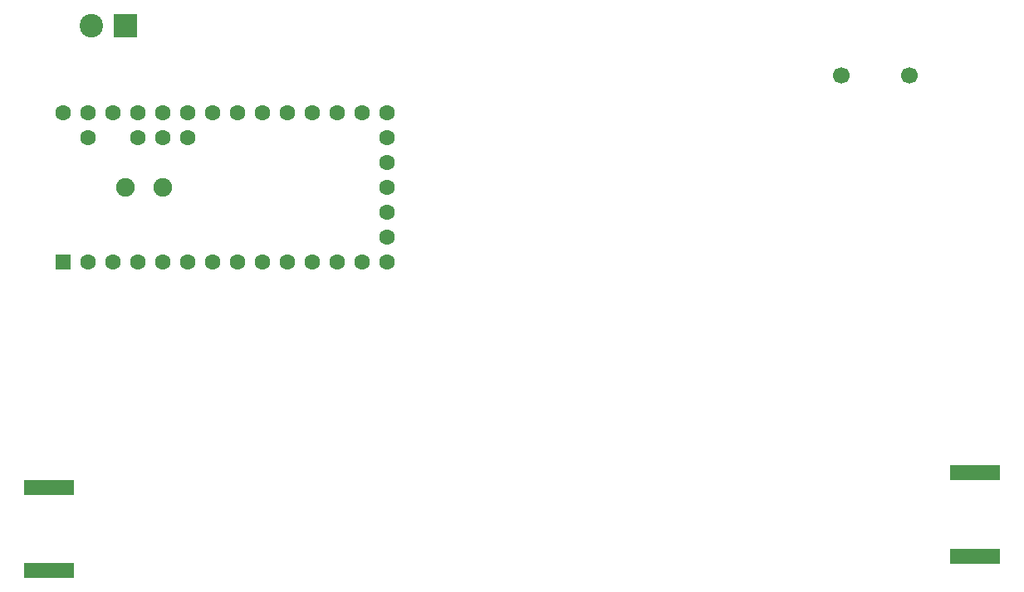
<source format=gbr>
%TF.GenerationSoftware,KiCad,Pcbnew,(5.1.10)-1*%
%TF.CreationDate,2021-08-25T15:37:08-07:00*%
%TF.ProjectId,fmcw,666d6377-2e6b-4696-9361-645f70636258,rev?*%
%TF.SameCoordinates,Original*%
%TF.FileFunction,Soldermask,Bot*%
%TF.FilePolarity,Negative*%
%FSLAX46Y46*%
G04 Gerber Fmt 4.6, Leading zero omitted, Abs format (unit mm)*
G04 Created by KiCad (PCBNEW (5.1.10)-1) date 2021-08-25 15:37:08*
%MOMM*%
%LPD*%
G01*
G04 APERTURE LIST*
%ADD10R,5.080000X1.500000*%
%ADD11R,2.400000X2.400000*%
%ADD12C,2.400000*%
%ADD13C,1.700000*%
%ADD14C,1.600000*%
%ADD15R,1.600000X1.600000*%
%ADD16C,1.900000*%
G04 APERTURE END LIST*
D10*
%TO.C,J4*%
X77343000Y-133486000D03*
X77343000Y-141986000D03*
%TD*%
D11*
%TO.C,J1*%
X85090000Y-86360000D03*
D12*
X81590000Y-86360000D03*
%TD*%
D13*
%TO.C,J3*%
X165060000Y-91440000D03*
X158060000Y-91440000D03*
%TD*%
D10*
%TO.C,J5*%
X171704000Y-132021000D03*
X171704000Y-140521000D03*
%TD*%
D14*
%TO.C,U3*%
X111760000Y-102870000D03*
X111760000Y-100330000D03*
X111760000Y-97790000D03*
X111760000Y-95250000D03*
X111760000Y-105410000D03*
X111760000Y-107950000D03*
X111760000Y-110490000D03*
X109220000Y-95250000D03*
X106680000Y-95250000D03*
X104140000Y-95250000D03*
X101600000Y-95250000D03*
X99060000Y-95250000D03*
X96520000Y-95250000D03*
X93980000Y-95250000D03*
X91440000Y-95250000D03*
X88900000Y-95250000D03*
X86360000Y-95250000D03*
X83820000Y-95250000D03*
X81280000Y-95250000D03*
X78740000Y-95250000D03*
X81280000Y-97790000D03*
X86360000Y-97790000D03*
X88900000Y-97790000D03*
X91440000Y-97790000D03*
X109220000Y-110490000D03*
X106680000Y-110490000D03*
X104140000Y-110490000D03*
X101600000Y-110490000D03*
X99060000Y-110490000D03*
X96520000Y-110490000D03*
X93980000Y-110490000D03*
X91440000Y-110490000D03*
X88900000Y-110490000D03*
X86360000Y-110490000D03*
X83820000Y-110490000D03*
X81280000Y-110490000D03*
D15*
X78740000Y-110490000D03*
D16*
X88900000Y-102870000D03*
X85090000Y-102870000D03*
%TD*%
M02*

</source>
